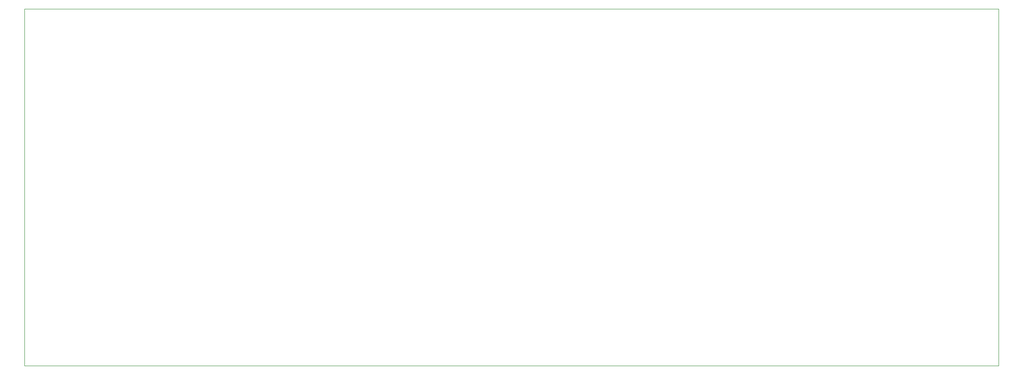
<source format=gbr>
G04 #@! TF.FileFunction,Profile,NP*
%FSLAX46Y46*%
G04 Gerber Fmt 4.6, Leading zero omitted, Abs format (unit mm)*
G04 Created by KiCad (PCBNEW 4.0.7) date 02/11/18 18:38:28*
%MOMM*%
%LPD*%
G01*
G04 APERTURE LIST*
%ADD10C,0.100000*%
G04 APERTURE END LIST*
D10*
X203708000Y-98933000D02*
X18161000Y-98933000D01*
X203708000Y-30861000D02*
X203708000Y-98933000D01*
X18161000Y-98933000D02*
X18161000Y-30861000D01*
X18161000Y-30861000D02*
X203708000Y-30861000D01*
M02*

</source>
